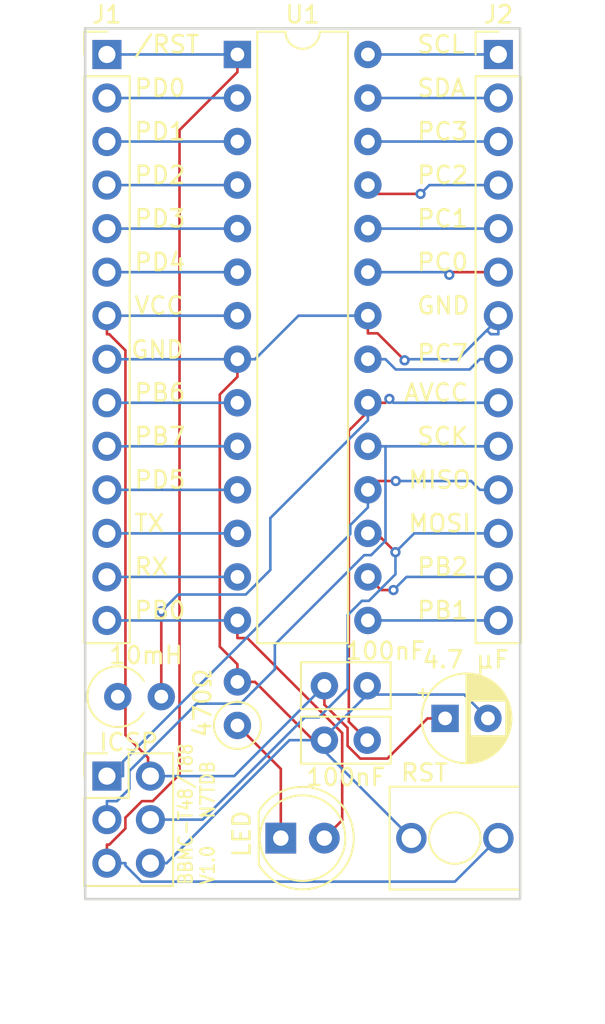
<source format=kicad_pcb>
(kicad_pcb (version 20221018) (generator pcbnew)
  (title_block (title "ATtiny48 Target Board") (date "2023-06-13") (rev "v1.0") (comment 1 "Bare Bones MicroController for ATtiny48 & ATtiny88") (comment 2 "BBMC-T48/T88"))
  (layers (0 "F.Cu" signal "Top") (31 "B.Cu" signal "Bottom") (34 "B.Paste" user) (35 "F.Paste" user) (36 "B.SilkS" user "B.Silkscreen") (37 "F.SilkS" user "F.Silkscreen") (38 "B.Mask" user) (39 "F.Mask" user) (44 "Edge.Cuts" user))
  (net 0 "")
  (net 1 "PB4")
  (net 2 "Net-(LED1-K)")
  (net 3 "PD0")
  (net 4 "PD1")
  (net 5 "PD2")
  (net 6 "PD3")
  (net 7 "VCC")
  (net 8 "PB5")
  (net 9 "PB3")
  (net 10 "PD4")
  (net 11 "PB6")
  (net 12 "PB7")
  (net 13 "PD5")
  (net 14 "RESET")
  (net 15 "GND")
  (net 16 "PD6")
  (net 17 "PD7")
  (net 18 "PB0")
  (net 19 "PC7")
  (net 20 "PC0")
  (net 21 "PC1")
  (net 22 "PC2")
  (net 23 "PC3")
  (net 24 "PC4")
  (net 25 "PB1")
  (net 26 "PB2")
  (net 27 "PC5")
  (net 28 "AVCC")
  (footprint "Connector_PinHeader_2.54mm:PinHeader_2x03_P2.54mm_Vertical" (layer "F.Cu") (at 109.22 87.8213)
    (fp_text reference "ICSP" (at 1.27 -1.9693) (layer "F.SilkS"))
    (fp_text value "AVR-ISP-6")
    (fp_line (start -1.33 -1.33) (end 0 -1.33) (stroke (width 0.12)) (layer "F.SilkS"))
    (fp_line (start -1.33 0) (end -1.33 -1.33) (stroke (width 0.12)) (layer "F.SilkS"))
    (fp_line (start -1.33 1.27) (end -1.33 6.41) (stroke (width 0.12)) (layer "F.SilkS"))
    (fp_line (start -1.33 1.27) (end 1.27 1.27) (stroke (width 0.12)) (layer "F.SilkS"))
    (fp_line (start -1.33 6.41) (end 3.87 6.41) (stroke (width 0.12)) (layer "F.SilkS"))
    (fp_line (start 1.27 -1.33) (end 3.87 -1.33) (stroke (width 0.12)) (layer "F.SilkS"))
    (fp_line (start 1.27 1.27) (end 1.27 -1.33) (stroke (width 0.12)) (layer "F.SilkS"))
    (fp_line (start 3.87 -1.33) (end 3.87 6.41) (stroke (width 0.12)) (layer "F.SilkS"))
    (pad "1" thru_hole rect (at 0 0) (size 1.7 1.7) (drill 1) (layers "*.Cu" "*.Mask") (net 1 "PB4"))
    (pad "2" thru_hole oval (at 2.54 0) (size 1.7 1.7) (drill 1) (layers "*.Cu" "*.Mask") (net 7 "VCC"))
    (pad "3" thru_hole oval (at 0 2.54) (size 1.7 1.7) (drill 1) (layers "*.Cu" "*.Mask") (net 8 "PB5"))
    (pad "4" thru_hole oval (at 2.54 2.54) (size 1.7 1.7) (drill 1) (layers "*.Cu" "*.Mask") (net 9 "PB3"))
    (pad "5" thru_hole oval (at 0 5.08) (size 1.7 1.7) (drill 1) (layers "*.Cu" "*.Mask") (net 14 "RESET"))
    (pad "6" thru_hole oval (at 2.54 5.08) (size 1.7 1.7) (drill 1) (layers "*.Cu" "*.Mask") (net 15 "GND"))
  )
  (footprint "Capacitor_THT:C_Disc_D5.0mm_W2.5mm_P2.50mm" (layer "F.Cu") (at 121.92 85.725)
    (fp_text reference "100nF" (at 1.25 2.159) (layer "F.SilkS"))
    (fp_text value "100 nF")
    (fp_line (start -1.37 -1.37) (end -1.37 1.37) (stroke (width 0.12)) (layer "F.SilkS"))
    (fp_line (start -1.37 -1.37) (end 3.87 -1.37) (stroke (width 0.12)) (layer "F.SilkS"))
    (fp_line (start -1.37 1.37) (end 3.87 1.37) (stroke (width 0.12)) (layer "F.SilkS"))
    (fp_line (start 3.87 -1.37) (end 3.87 1.37) (stroke (width 0.12)) (layer "F.SilkS"))
    (pad "1" thru_hole circle (at 0 0) (size 1.6 1.6) (drill 0.8) (layers "*.Cu" "*.Mask") (net 15 "GND"))
    (pad "2" thru_hole circle (at 2.5 0) (size 1.6 1.6) (drill 0.8) (layers "*.Cu" "*.Mask") (net 28 "AVCC"))
  )
  (footprint "Package_DIP:DIP-28_W7.62mm" (layer "F.Cu") (at 116.84 45.72)
    (fp_text reference "U1" (at 3.81 -2.33) (layer "F.SilkS"))
    (fp_text value "ATtiny48-P")
    (fp_line (start 1.16 -1.33) (end 1.16 34.35) (stroke (width 0.12)) (layer "F.SilkS"))
    (fp_line (start 1.16 34.35) (end 6.46 34.35) (stroke (width 0.12)) (layer "F.SilkS"))
    (fp_line (start 2.81 -1.33) (end 1.16 -1.33) (stroke (width 0.12)) (layer "F.SilkS"))
    (fp_line (start 6.46 -1.33) (end 4.81 -1.33) (stroke (width 0.12)) (layer "F.SilkS"))
    (fp_line (start 6.46 34.35) (end 6.46 -1.33) (stroke (width 0.12)) (layer "F.SilkS"))
    (fp_arc (start 4.81 -1.33) (mid 3.81 -0.33) (end 2.81 -1.33) (stroke (width 0.12)) (layer "F.SilkS"))
    (pad "1" thru_hole rect (at 0 0) (size 1.6 1.6) (drill 0.8) (layers "*.Cu" "*.Mask") (net 14 "RESET"))
    (pad "2" thru_hole oval (at 0 2.54) (size 1.6 1.6) (drill 0.8) (layers "*.Cu" "*.Mask") (net 3 "PD0"))
    (pad "3" thru_hole oval (at 0 5.08) (size 1.6 1.6) (drill 0.8) (layers "*.Cu" "*.Mask") (net 4 "PD1"))
    (pad "4" thru_hole oval (at 0 7.62) (size 1.6 1.6) (drill 0.8) (layers "*.Cu" "*.Mask") (net 5 "PD2"))
    (pad "5" thru_hole oval (at 0 10.16) (size 1.6 1.6) (drill 0.8) (layers "*.Cu" "*.Mask") (net 6 "PD3"))
    (pad "6" thru_hole oval (at 0 12.7) (size 1.6 1.6) (drill 0.8) (layers "*.Cu" "*.Mask") (net 10 "PD4"))
    (pad "7" thru_hole oval (at 0 15.24) (size 1.6 1.6) (drill 0.8) (layers "*.Cu" "*.Mask") (net 7 "VCC"))
    (pad "8" thru_hole oval (at 0 17.78) (size 1.6 1.6) (drill 0.8) (layers "*.Cu" "*.Mask") (net 15 "GND"))
    (pad "9" thru_hole oval (at 0 20.32) (size 1.6 1.6) (drill 0.8) (layers "*.Cu" "*.Mask") (net 11 "PB6"))
    (pad "10" thru_hole oval (at 0 22.86) (size 1.6 1.6) (drill 0.8) (layers "*.Cu" "*.Mask") (net 12 "PB7"))
    (pad "11" thru_hole oval (at 0 25.4) (size 1.6 1.6) (drill 0.8) (layers "*.Cu" "*.Mask") (net 13 "PD5"))
    (pad "12" thru_hole oval (at 0 27.94) (size 1.6 1.6) (drill 0.8) (layers "*.Cu" "*.Mask") (net 16 "PD6"))
    (pad "13" thru_hole oval (at 0 30.48) (size 1.6 1.6) (drill 0.8) (layers "*.Cu" "*.Mask") (net 17 "PD7"))
    (pad "14" thru_hole oval (at 0 33.02) (size 1.6 1.6) (drill 0.8) (layers "*.Cu" "*.Mask") (net 18 "PB0"))
    (pad "15" thru_hole oval (at 7.62 33.02) (size 1.6 1.6) (drill 0.8) (layers "*.Cu" "*.Mask") (net 25 "PB1"))
    (pad "16" thru_hole oval (at 7.62 30.48) (size 1.6 1.6) (drill 0.8) (layers "*.Cu" "*.Mask") (net 26 "PB2"))
    (pad "17" thru_hole oval (at 7.62 27.94) (size 1.6 1.6) (drill 0.8) (layers "*.Cu" "*.Mask") (net 9 "PB3"))
    (pad "18" thru_hole oval (at 7.62 25.4) (size 1.6 1.6) (drill 0.8) (layers "*.Cu" "*.Mask") (net 1 "PB4"))
    (pad "19" thru_hole oval (at 7.62 22.86) (size 1.6 1.6) (drill 0.8) (layers "*.Cu" "*.Mask") (net 8 "PB5"))
    (pad "20" thru_hole oval (at 7.62 20.32) (size 1.6 1.6) (drill 0.8) (layers "*.Cu" "*.Mask") (net 28 "AVCC"))
    (pad "21" thru_hole oval (at 7.62 17.78) (size 1.6 1.6) (drill 0.8) (layers "*.Cu" "*.Mask") (net 19 "PC7"))
    (pad "22" thru_hole oval (at 7.62 15.24) (size 1.6 1.6) (drill 0.8) (layers "*.Cu" "*.Mask") (net 15 "GND"))
    (pad "23" thru_hole oval (at 7.62 12.7) (size 1.6 1.6) (drill 0.8) (layers "*.Cu" "*.Mask") (net 20 "PC0"))
    (pad "24" thru_hole oval (at 7.62 10.16) (size 1.6 1.6) (drill 0.8) (layers "*.Cu" "*.Mask") (net 21 "PC1"))
    (pad "25" thru_hole oval (at 7.62 7.62) (size 1.6 1.6) (drill 0.8) (layers "*.Cu" "*.Mask") (net 22 "PC2"))
    (pad "26" thru_hole oval (at 7.62 5.08) (size 1.6 1.6) (drill 0.8) (layers "*.Cu" "*.Mask") (net 23 "PC3"))
    (pad "27" thru_hole oval (at 7.62 2.54) (size 1.6 1.6) (drill 0.8) (layers "*.Cu" "*.Mask") (net 24 "PC4"))
    (pad "28" thru_hole oval (at 7.62 0) (size 1.6 1.6) (drill 0.8) (layers "*.Cu" "*.Mask") (net 27 "PC5"))
  )
  (footprint "LED_THT:LED_D5.0mm" (layer "F.Cu") (at 119.375 91.44)
    (fp_text reference "LED" (at -2.281 -0.254 90) (layer "F.SilkS"))
    (fp_text value "LED")
    (fp_line (start -1.29 -1.545) (end -1.29 1.545) (stroke (width 0.12)) (layer "F.SilkS"))
    (fp_arc (start -1.29 -1.54483) (mid 2.072002 -2.880433) (end 4.26 0.000462) (stroke (width 0.12)) (layer "F.SilkS"))
    (fp_arc (start 4.26 -0.000462) (mid 2.072002 2.880433) (end -1.29 1.54483) (stroke (width 0.12)) (layer "F.SilkS"))
    (fp_circle (center 1.27 0) (end 3.77 0) (stroke (width 0.12)) (fill none) (layer "F.SilkS"))
    (pad "1" thru_hole rect (at 0 0) (size 1.8 1.8) (drill 0.9) (layers "*.Cu" "*.Mask") (net 2 "Net-(LED1-K)"))
    (pad "2" thru_hole circle (at 2.54 0) (size 1.8 1.8) (drill 0.9) (layers "*.Cu" "*.Mask") (net 18 "PB0"))
  )
  (footprint "Capacitor_THT:CP_Radial_D5.0mm_P2.50mm" (layer "F.Cu") (at 128.9699 84.455)
    (fp_text reference "4.7 µF" (at 1.2051 -3.429) (layer "F.SilkS"))
    (fp_text value "4.7 uF")
    (fp_line (start -1.554775 -1.475) (end -1.054775 -1.475) (stroke (width 0.12)) (layer "F.SilkS"))
    (fp_line (start -1.304775 -1.725) (end -1.304775 -1.225) (stroke (width 0.12)) (layer "F.SilkS"))
    (fp_line (start 1.25 -2.58) (end 1.25 2.58) (stroke (width 0.12)) (layer "F.SilkS"))
    (fp_line (start 1.29 -2.58) (end 1.29 2.58) (stroke (width 0.12)) (layer "F.SilkS"))
    (fp_line (start 1.33 -2.579) (end 1.33 2.579) (stroke (width 0.12)) (layer "F.SilkS"))
    (fp_line (start 1.37 -2.578) (end 1.37 2.578) (stroke (width 0.12)) (layer "F.SilkS"))
    (fp_line (start 1.41 -2.576) (end 1.41 2.576) (stroke (width 0.12)) (layer "F.SilkS"))
    (fp_line (start 1.45 -2.573) (end 1.45 2.573) (stroke (width 0.12)) (layer "F.SilkS"))
    (fp_line (start 1.49 -2.569) (end 1.49 -1.04) (stroke (width 0.12)) (layer "F.SilkS"))
    (fp_line (start 1.49 1.04) (end 1.49 2.569) (stroke (width 0.12)) (layer "F.SilkS"))
    (fp_line (start 1.53 -2.565) (end 1.53 -1.04) (stroke (width 0.12)) (layer "F.SilkS"))
    (fp_line (start 1.53 1.04) (end 1.53 2.565) (stroke (width 0.12)) (layer "F.SilkS"))
    (fp_line (start 1.57 -2.561) (end 1.57 -1.04) (stroke (width 0.12)) (layer "F.SilkS"))
    (fp_line (start 1.57 1.04) (end 1.57 2.561) (stroke (width 0.12)) (layer "F.SilkS"))
    (fp_line (start 1.61 -2.556) (end 1.61 -1.04) (stroke (width 0.12)) (layer "F.SilkS"))
    (fp_line (start 1.61 1.04) (end 1.61 2.556) (stroke (width 0.12)) (layer "F.SilkS"))
    (fp_line (start 1.65 -2.55) (end 1.65 -1.04) (stroke (width 0.12)) (layer "F.SilkS"))
    (fp_line (start 1.65 1.04) (end 1.65 2.55) (stroke (width 0.12)) (layer "F.SilkS"))
    (fp_line (start 1.69 -2.543) (end 1.69 -1.04) (stroke (width 0.12)) (layer "F.SilkS"))
    (fp_line (start 1.69 1.04) (end 1.69 2.543) (stroke (width 0.12)) (layer "F.SilkS"))
    (fp_line (start 1.73 -2.536) (end 1.73 -1.04) (stroke (width 0.12)) (layer "F.SilkS"))
    (fp_line (start 1.73 1.04) (end 1.73 2.536) (stroke (width 0.12)) (layer "F.SilkS"))
    (fp_line (start 1.77 -2.528) (end 1.77 -1.04) (stroke (width 0.12)) (layer "F.SilkS"))
    (fp_line (start 1.77 1.04) (end 1.77 2.528) (stroke (width 0.12)) (layer "F.SilkS"))
    (fp_line (start 1.81 -2.52) (end 1.81 -1.04) (stroke (width 0.12)) (layer "F.SilkS"))
    (fp_line (start 1.81 1.04) (end 1.81 2.52) (stroke (width 0.12)) (layer "F.SilkS"))
    (fp_line (start 1.85 -2.511) (end 1.85 -1.04) (stroke (width 0.12)) (layer "F.SilkS"))
    (fp_line (start 1.85 1.04) (end 1.85 2.511) (stroke (width 0.12)) (layer "F.SilkS"))
    (fp_line (start 1.89 -2.501) (end 1.89 -1.04) (stroke (width 0.12)) (layer "F.SilkS"))
    (fp_line (start 1.89 1.04) (end 1.89 2.501) (stroke (width 0.12)) (layer "F.SilkS"))
    (fp_line (start 1.93 -2.491) (end 1.93 -1.04) (stroke (width 0.12)) (layer "F.SilkS"))
    (fp_line (start 1.93 1.04) (end 1.93 2.491) (stroke (width 0.12)) (layer "F.SilkS"))
    (fp_line (start 1.971 -2.48) (end 1.971 -1.04) (stroke (width 0.12)) (layer "F.SilkS"))
    (fp_line (start 1.971 1.04) (end 1.971 2.48) (stroke (width 0.12)) (layer "F.SilkS"))
    (fp_line (start 2.011 -2.468) (end 2.011 -1.04) (stroke (width 0.12)) (layer "F.SilkS"))
    (fp_line (start 2.011 1.04) (end 2.011 2.468) (stroke (width 0.12)) (layer "F.SilkS"))
    (fp_line (start 2.051 -2.455) (end 2.051 -1.04) (stroke (width 0.12)) (layer "F.SilkS"))
    (fp_line (start 2.051 1.04) (end 2.051 2.455) (stroke (width 0.12)) (layer "F.SilkS"))
    (fp_line (start 2.091 -2.442) (end 2.091 -1.04) (stroke (width 0.12)) (layer "F.SilkS"))
    (fp_line (start 2.091 1.04) (end 2.091 2.442) (stroke (width 0.12)) (layer "F.SilkS"))
    (fp_line (start 2.131 -2.428) (end 2.131 -1.04) (stroke (width 0.12)) (layer "F.SilkS"))
    (fp_line (start 2.131 1.04) (end 2.131 2.428) (stroke (width 0.12)) (layer "F.SilkS"))
    (fp_line (start 2.171 -2.414) (end 2.171 -1.04) (stroke (width 0.12)) (layer "F.SilkS"))
    (fp_line (start 2.171 1.04) (end 2.171 2.414) (stroke (width 0.12)) (layer "F.SilkS"))
    (fp_line (start 2.211 -2.398) (end 2.211 -1.04) (stroke (width 0.12)) (layer "F.SilkS"))
    (fp_line (start 2.211 1.04) (end 2.211 2.398) (stroke (width 0.12)) (layer "F.SilkS"))
    (fp_line (start 2.251 -2.382) (end 2.251 -1.04) (stroke (width 0.12)) (layer "F.SilkS"))
    (fp_line (start 2.251 1.04) (end 2.251 2.382) (stroke (width 0.12)) (layer "F.SilkS"))
    (fp_line (start 2.291 -2.365) (end 2.291 -1.04) (stroke (width 0.12)) (layer "F.SilkS"))
    (fp_line (start 2.291 1.04) (end 2.291 2.365) (stroke (width 0.12)) (layer "F.SilkS"))
    (fp_line (start 2.331 -2.348) (end 2.331 -1.04) (stroke (width 0.12)) (layer "F.SilkS"))
    (fp_line (start 2.331 1.04) (end 2.331 2.348) (stroke (width 0.12)) (layer "F.SilkS"))
    (fp_line (start 2.371 -2.329) (end 2.371 -1.04) (stroke (width 0.12)) (layer "F.SilkS"))
    (fp_line (start 2.371 1.04) (end 2.371 2.329) (stroke (width 0.12)) (layer "F.SilkS"))
    (fp_line (start 2.411 -2.31) (end 2.411 -1.04) (stroke (width 0.12)) (layer "F.SilkS"))
    (fp_line (start 2.411 1.04) (end 2.411 2.31) (stroke (width 0.12)) (layer "F.SilkS"))
    (fp_line (start 2.451 -2.29) (end 2.451 -1.04) (stroke (width 0.12)) (layer "F.SilkS"))
    (fp_line (start 2.451 1.04) (end 2.451 2.29) (stroke (width 0.12)) (layer "F.SilkS"))
    (fp_line (start 2.491 -2.268) (end 2.491 -1.04) (stroke (width 0.12)) (layer "F.SilkS"))
    (fp_line (start 2.491 1.04) (end 2.491 2.268) (stroke (width 0.12)) (layer "F.SilkS"))
    (fp_line (start 2.531 -2.247) (end 2.531 -1.04) (stroke (width 0.12)) (layer "F.SilkS"))
    (fp_line (start 2.531 1.04) (end 2.531 2.247) (stroke (width 0.12)) (layer "F.SilkS"))
    (fp_line (start 2.571 -2.224) (end 2.571 -1.04) (stroke (width 0.12)) (layer "F.SilkS"))
    (fp_line (start 2.571 1.04) (end 2.571 2.224) (stroke (width 0.12)) (layer "F.SilkS"))
    (fp_line (start 2.611 -2.2) (end 2.611 -1.04) (stroke (width 0.12)) (layer "F.SilkS"))
    (fp_line (start 2.611 1.04) (end 2.611 2.2) (stroke (width 0.12)) (layer "F.SilkS"))
    (fp_line (start 2.651 -2.175) (end 2.651 -1.04) (stroke (width 0.12)) (layer "F.SilkS"))
    (fp_line (start 2.651 1.04) (end 2.651 2.175) (stroke (width 0.12)) (layer "F.SilkS"))
    (fp_line (start 2.691 -2.149) (end 2.691 -1.04) (stroke (width 0.12)) (layer "F.SilkS"))
    (fp_line (start 2.691 1.04) (end 2.691 2.149) (stroke (width 0.12)) (layer "F.SilkS"))
    (fp_line (start 2.731 -2.122) (end 2.731 -1.04) (stroke (width 0.12)) (layer "F.SilkS"))
    (fp_line (start 2.731 1.04) (end 2.731 2.122) (stroke (width 0.12)) (layer "F.SilkS"))
    (fp_line (start 2.771 -2.095) (end 2.771 -1.04) (stroke (width 0.12)) (layer "F.SilkS"))
    (fp_line (start 2.771 1.04) (end 2.771 2.095) (stroke (width 0.12)) (layer "F.SilkS"))
    (fp_line (start 2.811 -2.065) (end 2.811 -1.04) (stroke (width 0.12)) (layer "F.SilkS"))
    (fp_line (start 2.811 1.04) (end 2.811 2.065) (stroke (width 0.12)) (layer "F.SilkS"))
    (fp_line (start 2.851 -2.035) (end 2.851 -1.04) (stroke (width 0.12)) (layer "F.SilkS"))
    (fp_line (start 2.851 1.04) (end 2.851 2.035) (stroke (width 0.12)) (layer "F.SilkS"))
    (fp_line (start 2.891 -2.004) (end 2.891 -1.04) (stroke (width 0.12)) (layer "F.SilkS"))
    (fp_line (start 2.891 1.04) (end 2.891 2.004) (stroke (width 0.12)) (layer "F.SilkS"))
    (fp_line (start 2.931 -1.971) (end 2.931 -1.04) (stroke (width 0.12)) (layer "F.SilkS"))
    (fp_line (start 2.931 1.04) (end 2.931 1.971) (stroke (width 0.12)) (layer "F.SilkS"))
    (fp_line (start 2.971 -1.937) (end 2.971 -1.04) (stroke (width 0.12)) (layer "F.SilkS"))
    (fp_line (start 2.971 1.04) (end 2.971 1.937) (stroke (width 0.12)) (layer "F.SilkS"))
    (fp_line (start 3.011 -1.901) (end 3.011 -1.04) (stroke (width 0.12)) (layer "F.SilkS"))
    (fp_line (start 3.011 1.04) (end 3.011 1.901) (stroke (width 0.12)) (layer "F.SilkS"))
    (fp_line (start 3.051 -1.864) (end 3.051 -1.04) (stroke (width 0.12)) (layer "F.SilkS"))
    (fp_line (start 3.051 1.04) (end 3.051 1.864) (stroke (width 0.12)) (layer "F.SilkS"))
    (fp_line (start 3.091 -1.826) (end 3.091 -1.04) (stroke (width 0.12)) (layer "F.SilkS"))
    (fp_line (start 3.091 1.04) (end 3.091 1.826) (stroke (width 0.12)) (layer "F.SilkS"))
    (fp_line (start 3.131 -1.785) (end 3.131 -1.04) (stroke (width 0.12)) (layer "F.SilkS"))
    (fp_line (start 3.131 1.04) (end 3.131 1.785) (stroke (width 0.12)) (layer "F.SilkS"))
    (fp_line (start 3.171 -1.743) (end 3.171 -1.04) (stroke (width 0.12)) (layer "F.SilkS"))
    (fp_line (start 3.171 1.04) (end 3.171 1.743) (stroke (width 0.12)) (layer "F.SilkS"))
    (fp_line (start 3.211 -1.699) (end 3.211 -1.04) (stroke (width 0.12)) (layer "F.SilkS"))
    (fp_line (start 3.211 1.04) (end 3.211 1.699) (stroke (width 0.12)) (layer "F.SilkS"))
    (fp_line (start 3.251 -1.653) (end 3.251 -1.04) (stroke (width 0.12)) (layer "F.SilkS"))
    (fp_line (start 3.251 1.04) (end 3.251 1.653) (stroke (width 0.12)) (layer "F.SilkS"))
    (fp_line (start 3.291 -1.605) (end 3.291 -1.04) (stroke (width 0.12)) (layer "F.SilkS"))
    (fp_line (start 3.291 1.04) (end 3.291 1.605) (stroke (width 0.12)) (layer "F.SilkS"))
    (fp_line (start 3.331 -1.554) (end 3.331 -1.04) (stroke (width 0.12)) (layer "F.SilkS"))
    (fp_line (start 3.331 1.04) (end 3.331 1.554) (stroke (width 0.12)) (layer "F.SilkS"))
    (fp_line (start 3.371 -1.5) (end 3.371 -1.04) (stroke (width 0.12)) (layer "F.SilkS"))
    (fp_line (start 3.371 1.04) (end 3.371 1.5) (stroke (width 0.12)) (layer "F.SilkS"))
    (fp_line (start 3.411 -1.443) (end 3.411 -1.04) (stroke (width 0.12)) (layer "F.SilkS"))
    (fp_line (start 3.411 1.04) (end 3.411 1.443) (stroke (width 0.12)) (layer "F.SilkS"))
    (fp_line (start 3.451 -1.383) (end 3.451 -1.04) (stroke (width 0.12)) (layer "F.SilkS"))
    (fp_line (start 3.451 1.04) (end 3.451 1.383) (stroke (width 0.12)) (layer "F.SilkS"))
    (fp_line (start 3.491 -1.319) (end 3.491 -1.04) (stroke (width 0.12)) (layer "F.SilkS"))
    (fp_line (start 3.491 1.04) (end 3.491 1.319) (stroke (width 0.12)) (layer "F.SilkS"))
    (fp_line (start 3.531 -1.251) (end 3.531 -1.04) (stroke (width 0.12)) (layer "F.SilkS"))
    (fp_line (start 3.531 1.04) (end 3.531 1.251) (stroke (width 0.12)) (layer "F.SilkS"))
    (fp_line (start 3.571 -1.178) (end 3.571 1.178) (stroke (width 0.12)) (layer "F.SilkS"))
    (fp_line (start 3.611 -1.098) (end 3.611 1.098) (stroke (width 0.12)) (layer "F.SilkS"))
    (fp_line (start 3.651 -1.011) (end 3.651 1.011) (stroke (width 0.12)) (layer "F.SilkS"))
    (fp_line (start 3.691 -0.915) (end 3.691 0.915) (stroke (width 0.12)) (layer "F.SilkS"))
    (fp_line (start 3.731 -0.805) (end 3.731 0.805) (stroke (width 0.12)) (layer "F.SilkS"))
    (fp_line (start 3.771 -0.677) (end 3.771 0.677) (stroke (width 0.12)) (layer "F.SilkS"))
    (fp_line (start 3.811 -0.518) (end 3.811 0.518) (stroke (width 0.12)) (layer "F.SilkS"))
    (fp_line (start 3.851 -0.284) (end 3.851 0.284) (stroke (width 0.12)) (layer "F.SilkS"))
    (fp_circle (center 1.25 0) (end 3.87 0) (stroke (width 0.12)) (fill none) (layer "F.SilkS"))
    (pad "1" thru_hole rect (at 0 0) (size 1.6 1.6) (drill 0.8) (layers "*.Cu" "*.Mask") (net 7 "VCC"))
    (pad "2" thru_hole circle (at 2.5 0) (size 1.6 1.6) (drill 0.8) (layers "*.Cu" "*.Mask") (net 15 "GND"))
  )
  (footprint "Resistor_THT:R_Axial_DIN0207_L6.3mm_D2.5mm_P2.54mm_Vertical" (layer "F.Cu") (at 116.84 84.865 90)
    (fp_text reference "470Ω" (at 1.299 -2.032 90) (layer "F.SilkS"))
    (fp_text value "470")
    (fp_line (start 1.37 0) (end 1.44 0) (stroke (width 0.12)) (layer "F.SilkS"))
    (fp_circle (center 0 0) (end 1.37 0) (stroke (width 0.12)) (fill none) (layer "F.SilkS"))
    (pad "1" thru_hole circle (at 0 0 90) (size 1.6 1.6) (drill 0.8) (layers "*.Cu" "*.Mask") (net 2 "Net-(LED1-K)"))
    (pad "2" thru_hole oval (at 2.54 0 90) (size 1.6 1.6) (drill 0.8) (layers "*.Cu" "*.Mask") (net 15 "GND"))
  )
  (footprint "Inductor_THT:L_Axial_L7.0mm_D3.3mm_P2.54mm_Vertical_Fastron_MICC" (layer "F.Cu") (at 109.855 83.185)
    (fp_text reference "10mH" (at 1.651 -2.413) (layer "F.SilkS"))
    (fp_text value "10 mH")
    (fp_arc (start 1.512118 0.92) (mid -1.77 0) (end 1.512118 -0.92) (stroke (width 0.12)) (layer "F.SilkS"))
    (pad "1" thru_hole circle (at 0 0) (size 1.6 1.6) (drill 0.8) (layers "*.Cu" "*.Mask") (net 7 "VCC"))
    (pad "2" thru_hole oval (at 2.54 0) (size 1.6 1.6) (drill 0.8) (layers "*.Cu" "*.Mask") (net 28 "AVCC"))
  )
  (footprint "Capacitor_THT:C_Disc_D5.0mm_W2.5mm_P2.50mm" (layer "F.Cu") (at 121.92 82.55)
    (fp_text reference "100nF" (at 3.556 -2.032) (layer "F.SilkS"))
    (fp_text value "100 nF")
    (fp_line (start -1.37 -1.37) (end -1.37 1.37) (stroke (width 0.12)) (layer "F.SilkS"))
    (fp_line (start -1.37 -1.37) (end 3.87 -1.37) (stroke (width 0.12)) (layer "F.SilkS"))
    (fp_line (start -1.37 1.37) (end 3.87 1.37) (stroke (width 0.12)) (layer "F.SilkS"))
    (fp_line (start 3.87 -1.37) (end 3.87 1.37) (stroke (width 0.12)) (layer "F.SilkS"))
    (pad "1" thru_hole circle (at 0 0) (size 1.6 1.6) (drill 0.8) (layers "*.Cu" "*.Mask") (net 7 "VCC"))
    (pad "2" thru_hole circle (at 2.5 0) (size 1.6 1.6) (drill 0.8) (layers "*.Cu" "*.Mask") (net 15 "GND"))
  )
  (footprint "Button_Switch_THT:TDB_Tayda_Tactile_SPST" (layer "F.Cu") (at 127 91.44)
    (fp_text reference "RST" (at 0.762 -3.81) (layer "F.SilkS"))
    (fp_text value "SW_Push")
    (fp_line (start -1.27 -3) (end -1.27 3) (stroke (width 0.12)) (layer "F.SilkS"))
    (fp_line (start -1.27 -3) (end 6.35 -3) (stroke (width 0.12)) (layer "F.SilkS"))
    (fp_line (start -1.27 3) (end 6.35 3) (stroke (width 0.12)) (layer "F.SilkS"))
    (fp_line (start 6.35 3) (end 6.35 -3) (stroke (width 0.12)) (layer "F.SilkS"))
    (fp_circle (center 2.54 0) (end 4.04 0) (stroke (width 0.12)) (fill none) (layer "F.SilkS"))
    (pad "1" thru_hole circle (at 0 0) (size 1.778 1.778) (drill 1.143) (layers "*.Cu" "*.Mask") (net 15 "GND"))
    (pad "2" thru_hole circle (at 5.08 0) (size 1.778 1.778) (drill 1.143) (layers "*.Cu" "*.Mask") (net 14 "RESET"))
  )
  (footprint "Connector_PinHeader_2.54mm:PinHeader_1x14_P2.54mm_Vertical" (layer "F.Cu") (at 132.08 45.72)
    (fp_text reference "J2" (at 0 -2.33) (layer "F.SilkS"))
    (fp_text value "Conn_01x14_Pin")
    (fp_line (start -1.33 -1.33) (end 0 -1.33) (stroke (width 0.12)) (layer "F.SilkS"))
    (fp_line (start -1.33 0) (end -1.33 -1.33) (stroke (width 0.12)) (layer "F.SilkS"))
    (fp_line (start -1.33 1.27) (end -1.33 34.35) (stroke (width 0.12)) (layer "F.SilkS"))
    (fp_line (start -1.33 1.27) (end 1.33 1.27) (stroke (width 0.12)) (layer "F.SilkS"))
    (fp_line (start -1.33 34.35) (end 1.33 34.35) (stroke (width 0.12)) (layer "F.SilkS"))
    (fp_line (start 1.33 1.27) (end 1.33 34.35) (stroke (width 0.12)) (layer "F.SilkS"))
    (pad "1" thru_hole rect (at 0 0) (size 1.7 1.7) (drill 1) (layers "*.Cu" "*.Mask") (net 27 "PC5"))
    (pad "2" thru_hole oval (at 0 2.54) (size 1.7 1.7) (drill 1) (layers "*.Cu" "*.Mask") (net 24 "PC4"))
    (pad "3" thru_hole oval (at 0 5.08) (size 1.7 1.7) (drill 1) (layers "*.Cu" "*.Mask") (net 23 "PC3"))
    (pad "4" thru_hole oval (at 0 7.62) (size 1.7 1.7) (drill 1) (layers "*.Cu" "*.Mask") (net 22 "PC2"))
    (pad "5" thru_hole oval (at 0 10.16) (size 1.7 1.7) (drill 1) (layers "*.Cu" "*.Mask") (net 21 "PC1"))
    (pad "6" thru_hole oval (at 0 12.7) (size 1.7 1.7) (drill 1) (layers "*.Cu" "*.Mask") (net 20 "PC0"))
    (pad "7" thru_hole oval (at 0 15.24) (size 1.7 1.7) (drill 1) (layers "*.Cu" "*.Mask") (net 15 "GND"))
    (pad "8" thru_hole oval (at 0 17.78) (size 1.7 1.7) (drill 1) (layers "*.Cu" "*.Mask") (net 19 "PC7"))
    (pad "9" thru_hole oval (at 0 20.32) (size 1.7 1.7) (drill 1) (layers "*.Cu" "*.Mask") (net 28 "AVCC"))
    (pad "10" thru_hole oval (at 0 22.86) (size 1.7 1.7) (drill 1) (layers "*.Cu" "*.Mask") (net 8 "PB5"))
    (pad "11" thru_hole oval (at 0 25.4) (size 1.7 1.7) (drill 1) (layers "*.Cu" "*.Mask") (net 1 "PB4"))
    (pad "12" thru_hole oval (at 0 27.94) (size 1.7 1.7) (drill 1) (layers "*.Cu" "*.Mask") (net 9 "PB3"))
    (pad "13" thru_hole oval (at 0 30.48) (size 1.7 1.7) (drill 1) (layers "*.Cu" "*.Mask") (net 26 "PB2"))
    (pad "14" thru_hole oval (at 0 33.02) (size 1.7 1.7) (drill 1) (layers "*.Cu" "*.Mask") (net 25 "PB1"))
  )
  (footprint "Connector_PinHeader_2.54mm:PinHeader_1x14_P2.54mm_Vertical" (layer "F.Cu") (at 109.22 45.72)
    (fp_text reference "J1" (at 0 -2.33) (layer "F.SilkS"))
    (fp_text value "Conn_01x14_Pin")
    (fp_line (start -1.33 -1.33) (end 0 -1.33) (stroke (width 0.12)) (layer "F.SilkS"))
    (fp_line (start -1.33 0) (end -1.33 -1.33) (stroke (width 0.12)) (layer "F.SilkS"))
    (fp_line (start -1.33 1.27) (end -1.33 34.35) (stroke (width 0.12)) (layer "F.SilkS"))
    (fp_line (start -1.33 1.27) (end 1.33 1.27) (stroke (width 0.12)) (layer "F.SilkS"))
    (fp_line (start -1.33 34.35) (end 1.33 34.35) (stroke (width 0.12)) (layer "F.SilkS"))
    (fp_line (start 1.33 1.27) (end 1.33 34.35) (stroke (width 0.12)) (layer "F.SilkS"))
    (pad "1" thru_hole rect (at 0 0) (size 1.7 1.7) (drill 1) (layers "*.Cu" "*.Mask") (net 14 "RESET"))
    (pad "2" thru_hole oval (at 0 2.54) (size 1.7 1.7) (drill 1) (layers "*.Cu" "*.Mask") (net 3 "PD0"))
    (pad "3" thru_hole oval (at 0 5.08) (size 1.7 1.7) (drill 1) (layers "*.Cu" "*.Mask") (net 4 "PD1"))
    (pad "4" thru_hole oval (at 0 7.62) (size 1.7 1.7) (drill 1) (layers "*.Cu" "*.Mask") (net 5 "PD2"))
    (pad "5" thru_hole oval (at 0 10.16) (size 1.7 1.7) (drill 1) (layers "*.Cu" "*.Mask") (net 6 "PD3"))
    (pad "6" thru_hole oval (at 0 12.7) (size 1.7 1.7) (drill 1) (layers "*.Cu" "*.Mask") (net 10 "PD4"))
    (pad "7" thru_hole oval (at 0 15.24) (size 1.7 1.7) (drill 1) (layers "*.Cu" "*.Mask") (net 7 "VCC"))
    (pad "8" thru_hole oval (at 0 17.78) (size 1.7 1.7) (drill 1) (layers "*.Cu" "*.Mask") (net 15 "GND"))
    (pad "9" thru_hole oval (at 0 20.32) (size 1.7 1.7) (drill 1) (layers "*.Cu" "*.Mask") (net 11 "PB6"))
    (pad "10" thru_hole oval (at 0 22.86) (size 1.7 1.7) (drill 1) (layers "*.Cu" "*.Mask") (net 12 "PB7"))
    (pad "11" thru_hole oval (at 0 25.4) (size 1.7 1.7) (drill 1) (layers "*.Cu" "*.Mask") (net 13 "PD5"))
    (pad "12" thru_hole oval (at 0 27.94) (size 1.7 1.7) (drill 1) (layers "*.Cu" "*.Mask") (net 16 "PD6"))
    (pad "13" thru_hole oval (at 0 30.48) (size 1.7 1.7) (drill 1) (layers "*.Cu" "*.Mask") (net 17 "PD7"))
    (pad "14" thru_hole oval (at 0 33.02) (size 1.7 1.7) (drill 1) (layers "*.Cu" "*.Mask") (net 18 "PB0"))
  )
  (gr_rect (start 107.95 44.196) (end 133.35 94.996) (stroke (width 0.15)) (fill none) (layer "Edge.Cuts"))
  (gr_text "GND" (at 127.254 60.96) (layer "F.SilkS") (effects (font (size 1 1)) (justify left bottom)))
  (gr_text "BBMC-T48/T88\nV1.0   N7TDB" (at 115.57 94.234 90) (layer "F.SilkS") (effects (font (size 0.8 0.7) (thickness 0.125)) (justify left bottom)))
  (gr_text "PB6" (at 110.744 66.04) (layer "F.SilkS") (effects (font (size 1 1)) (justify left bottom)))
  (gr_text "PC0" (at 127.254 58.42) (layer "F.SilkS") (effects (font (size 1 1)) (justify left bottom)))
  (gr_text "SCK" (at 127.254 68.58) (layer "F.SilkS") (effects (font (size 1 1)) (justify left bottom)))
  (gr_text "PB1" (at 127.254 78.74) (layer "F.SilkS") (effects (font (size 1 1)) (justify left bottom)))
  (gr_text "PC3" (at 127.254 50.8) (layer "F.SilkS") (effects (font (size 1 1)) (justify left bottom)))
  (gr_text "AVCC" (at 126.492 66.04) (layer "F.SilkS") (effects (font (size 1 1)) (justify left bottom)))
  (gr_text "GND" (at 110.55 63.53) (layer "F.SilkS") (effects (font (size 1 1)) (justify left bottom)))
  (gr_text "SDA" (at 127.254 48.26) (layer "F.SilkS") (effects (font (size 1 1)) (justify left bottom)))
  (gr_text "PB2" (at 127.254 76.2) (layer "F.SilkS") (effects (font (size 1 1)) (justify left bottom)))
  (gr_text "TX" (at 110.744 73.66) (layer "F.SilkS") (effects (font (size 1 1)) (justify left bottom)))
  (gr_text "PD4" (at 110.744 58.42) (layer "F.SilkS") (effects (font (size 1 1)) (justify left bottom)))
  (gr_text "PB0" (at 110.744 78.74) (layer "F.SilkS") (effects (font (size 1 1)) (justify left bottom)))
  (gr_text "PC2" (at 127.254 53.34) (layer "F.SilkS") (effects (font (size 1 1)) (justify left bottom)))
  (gr_text "PD3" (at 110.744 55.88) (layer "F.SilkS") (effects (font (size 1 1)) (justify left bottom)))
  (gr_text "PB7" (at 110.744 68.58) (layer "F.SilkS") (effects (font (size 1 1)) (justify left bottom)))
  (gr_text "MOSI" (at 126.746 73.66) (layer "F.SilkS") (effects (font (size 1 1)) (justify left bottom)))
  (gr_text "PD0" (at 110.744 48.26) (layer "F.SilkS") (effects (font (size 1 1)) (justify left bottom)))
  (gr_text "PD1" (at 110.744 50.8) (layer "F.SilkS") (effects (font (size 1 1)) (justify left bottom)))
  (gr_text "PC7" (at 127.254 63.754) (layer "F.SilkS") (effects (font (size 1 1)) (justify left bottom)))
  (gr_text "PD5" (at 110.744 71.12) (layer "F.SilkS") (effects (font (size 1 1)) (justify left bottom)))
  (gr_text "RX" (at 110.744 76.2) (layer "F.SilkS") (effects (font (size 1 1)) (justify left bottom)))
  (gr_text "VCC" (at 110.744 60.96) (layer "F.SilkS") (effects (font (size 1 1)) (justify left bottom)))
  (gr_text "/RST" (at 110.744 45.72) (layer "F.SilkS") (effects (font (size 1 1)) (justify left bottom)))
  (gr_text "PC1" (at 127.254 55.88) (layer "F.SilkS") (effects (font (size 1 1)) (justify left bottom)))
  (gr_text "PD2" (at 110.744 53.34) (layer "F.SilkS") (effects (font (size 1 1)) (justify left bottom)))
  (gr_text "SCL" (at 127.254 45.72) (layer "F.SilkS") (effects (font (size 1 1)) (justify left bottom)))
  (gr_text "MISO" (at 126.746 71.12) (layer "F.SilkS") (effects (font (size 1 1)) (justify left bottom)))
  (segment (start 124.974 70.6056) (end 126.088 70.6056) (width 0.1524) (layer "F.Cu") (net 1))
  (segment (start 124.974 70.6056) (end 124.46 71.12) (width 0.1524) (layer "F.Cu") (net 1))
  (segment (start 124.46 70.6056) (end 124.974 70.6056) (width 0.1524) (layer "F.Cu") (net 1))
  (via (at 126.088 70.6056) (size 0.6) (drill 0.3) (layers "F.Cu" "B.Cu") (net 1))
  (segment (start 124.46 72.1487) (end 123.431 73.1774) (width 0.1524) (layer "B.Cu") (net 1))
  (segment (start 110.161 86.9694) (end 110.161 87.8213) (width 0.1524) (layer "B.Cu") (net 1))
  (segment (start 132.08 71.12) (end 131.001 71.12) (width 0.1524) (layer "B.Cu") (net 1))
  (segment (start 110.161 87.8213) (end 109.22 87.8213) (width 0.1524) (layer "B.Cu") (net 1))
  (segment (start 123.431 73.6988) (end 110.161 86.9694) (width 0.1524) (layer "B.Cu") (net 1))
  (segment (start 123.431 73.1774) (end 123.431 73.6988) (width 0.1524) (layer "B.Cu") (net 1))
  (segment (start 131.001 71.12) (end 130.487 70.6056) (width 0.1524) (layer "B.Cu") (net 1))
  (segment (start 124.46 71.12) (end 124.46 72.1487) (width 0.1524) (layer "B.Cu") (net 1))
  (segment (start 130.487 70.6056) (end 126.088 70.6056) (width 0.1524) (layer "B.Cu") (net 1))
  (segment (start 116.84 84.865) (end 119.375 87.4) (width 0.1524) (layer "F.Cu") (net 2))
  (segment (start 119.375 87.4) (end 119.375 91.44) (width 0.1524) (layer "F.Cu") (net 2))
  (segment (start 109.22 48.26) (end 116.84 48.26) (width 0.1524) (layer "B.Cu") (net 3))
  (segment (start 109.22 50.8) (end 116.84 50.8) (width 0.1524) (layer "B.Cu") (net 4))
  (segment (start 109.22 53.34) (end 116.84 53.34) (width 0.1524) (layer "B.Cu") (net 5))
  (segment (start 109.22 55.88) (end 116.84 55.88) (width 0.1524) (layer "B.Cu") (net 6))
  (segment (start 127.941 84.455) (end 128.9699 84.455) (width 0.1524) (layer "F.Cu") (net 7))
  (segment (start 110.301 82.7393) (end 109.855 83.185) (width 0.1524) (layer "F.Cu") (net 7))
  (segment (start 109.22 60.96) (end 109.22 62.0387) (width 0.1524) (layer "F.Cu") (net 7))
  (segment (start 111.622 87.8213) (end 111.622 86.7426) (width 0.1524) (layer "F.Cu") (net 7))
  (segment (start 109.355 62.0387) (end 110.301 62.9846) (width 0.1524) (layer "F.Cu") (net 7))
  (segment (start 125.597 86.7995) (end 127.941 84.455) (width 0.1524) (layer "F.Cu") (net 7))
  (segment (start 121.92 82.55) (end 121.92 83.6563) (width 0.1524) (layer "F.Cu") (net 7))
  (segment (start 124.015 86.7995) (end 125.597 86.7995) (width 0.1524) (layer "F.Cu") (net 7))
  (segment (start 110.301 82.5346) (end 110.301 82.7393) (width 0.1524) (layer "F.Cu") (net 7))
  (segment (start 111.76 87.8213) (end 111.622 87.8213) (width 0.1524) (layer "F.Cu") (net 7))
  (segment (start 109.22 62.0387) (end 109.355 62.0387) (width 0.1524) (layer "F.Cu") (net 7))
  (segment (start 110.301 62.9846) (end 110.301 82.5346) (width 0.1524) (layer "F.Cu") (net 7))
  (segment (start 123.275 86.0597) (end 124.015 86.7995) (width 0.1524) (layer "F.Cu") (net 7))
  (segment (start 111.622 86.7426) (end 110.301 85.4213) (width 0.1524) (layer "F.Cu") (net 7))
  (segment (start 110.301 82.7393) (end 110.301 82.5346) (width 0.1524) (layer "F.Cu") (net 7))
  (segment (start 110.301 85.4213) (end 110.301 82.7393) (width 0.1524) (layer "F.Cu") (net 7))
  (segment (start 123.275 85.0113) (end 123.275 86.0597) (width 0.1524) (layer "F.Cu") (net 7))
  (segment (start 121.92 83.6563) (end 123.275 85.0113) (width 0.1524) (layer "F.Cu") (net 7))
  (segment (start 121.92 82.55) (end 116.649 87.8213) (width 0.1524) (layer "B.Cu") (net 7))
  (segment (start 116.84 60.96) (end 109.22 60.96) (width 0.1524) (layer "B.Cu") (net 7))
  (segment (start 116.649 87.8213) (end 111.76 87.8213) (width 0.1524) (layer "B.Cu") (net 7))
  (segment (start 119.0264 80.1494) (end 119.0264 81.5943) (width 0.1524) (layer "B.Cu") (net 8))
  (segment (start 117.0257 83.595) (end 114.4606 83.595) (width 0.1524) (layer "B.Cu") (net 8))
  (segment (start 125.4888 68.58) (end 125.4888 74.0913) (width 0.1524) (layer "B.Cu") (net 8))
  (segment (start 109.8099 89.2826) (end 109.22 89.2826) (width 0.1524) (layer "B.Cu") (net 8))
  (segment (start 125.4888 74.0913) (end 124.6501 74.93) (width 0.1524) (layer "B.Cu") (net 8))
  (segment (start 119.0264 81.5943) (end 117.0257 83.595) (width 0.1524) (layer "B.Cu") (net 8))
  (segment (start 125.4888 68.58) (end 124.46 68.58) (width 0.1524) (layer "B.Cu") (net 8))
  (segment (start 109.22 90.3613) (end 109.22 89.2826) (width 0.1524) (layer "B.Cu") (net 8))
  (segment (start 124.6501 74.93) (end 124.2458 74.93) (width 0.1524) (layer "B.Cu") (net 8))
  (segment (start 124.2458 74.93) (end 119.0264 80.1494) (width 0.1524) (layer "B.Cu") (net 8))
  (segment (start 110.529 87.5266) (end 110.529 88.5635) (width 0.1524) (layer "B.Cu") (net 8))
  (segment (start 132.08 68.58) (end 125.4888 68.58) (width 0.1524) (layer "B.Cu") (net 8))
  (segment (start 110.529 88.5635) (end 109.8099 89.2826) (width 0.1524) (layer "B.Cu") (net 8))
  (segment (start 114.4606 83.595) (end 110.529 87.5266) (width 0.1524) (layer "B.Cu") (net 8))
  (segment (start 125.265 73.9505) (end 124.75 73.9505) (width 0.1524) (layer "F.Cu") (net 9))
  (segment (start 124.75 73.9505) (end 124.46 73.66) (width 0.1524) (layer "F.Cu") (net 9))
  (segment (start 124.46 73.1456) (end 125.265 73.9505) (width 0.1524) (layer "F.Cu") (net 9))
  (segment (start 125.265 73.9505) (end 126.07 74.7554) (width 0.1524) (layer "F.Cu") (net 9))
  (via (at 126.07 74.7554) (size 0.6) (drill 0.3) (layers "F.Cu" "B.Cu") (net 9))
  (segment (start 126.07 74.7554) (end 126.07 76.045) (width 0.1524) (layer "B.Cu") (net 9))
  (segment (start 124.109 77.5966) (end 123.278 78.428) (width 0.1524) (layer "B.Cu") (net 9))
  (segment (start 123.278 82.7113) (end 121.598 84.3915) (width 0.1524) (layer "B.Cu") (net 9))
  (segment (start 120.779 84.3915) (end 114.809 90.3613) (width 0.1524) (layer "B.Cu") (net 9))
  (segment (start 123.278 78.428) (end 123.278 82.7113) (width 0.1524) (layer "B.Cu") (net 9))
  (segment (start 114.809 90.3613) (end 111.76 90.3613) (width 0.1524) (layer "B.Cu") (net 9))
  (segment (start 127.165 73.66) (end 126.07 74.7554) (width 0.1524) (layer "B.Cu") (net 9))
  (segment (start 126.07 76.045) (end 124.518 77.5966) (width 0.1524) (layer "B.Cu") (net 9))
  (segment (start 124.518 77.5966) (end 124.109 77.5966) (width 0.1524) (layer "B.Cu") (net 9))
  (segment (start 121.598 84.3915) (end 120.779 84.3915) (width 0.1524) (layer "B.Cu") (net 9))
  (segment (start 132.08 73.66) (end 127.165 73.66) (width 0.1524) (layer "B.Cu") (net 9))
  (segment (start 109.22 58.42) (end 116.84 58.42) (width 0.1524) (layer "B.Cu") (net 10))
  (segment (start 109.22 66.04) (end 116.84 66.04) (width 0.1524) (layer "B.Cu") (net 11))
  (segment (start 109.22 68.58) (end 116.84 68.58) (width 0.1524) (layer "B.Cu") (net 12))
  (segment (start 109.22 71.12) (end 116.84 71.12) (width 0.1524) (layer "B.Cu") (net 13))
  (segment (start 110.2987 90.8789) (end 109.355 91.8226) (width 0.1524) (layer "F.Cu") (net 14))
  (segment (start 111.2642 89.2825) (end 110.2987 90.248) (width 0.1524) (layer "F.Cu") (net 14))
  (segment (start 116.84 45.72) (end 116.84 46.7487) (width 0.1524) (layer "F.Cu") (net 14))
  (segment (start 109.22 92.9013) (end 109.22 91.8226) (width 0.1524) (layer "F.Cu") (net 14))
  (segment (start 110.2987 90.248) (end 110.2987 90.8789) (width 0.1524) (layer "F.Cu") (net 14))
  (segment (start 111.8954 89.2825) (end 111.2642 89.2825) (width 0.1524) (layer "F.Cu") (net 14))
  (segment (start 116.84 46.7487) (end 113.4598 50.1289) (width 0.1524) (layer "F.Cu") (net 14))
  (segment (start 109.355 91.8226) (end 109.22 91.8226) (width 0.1524) (layer "F.Cu") (net 14))
  (segment (start 113.4598 50.1289) (end 113.4598 87.7181) (width 0.1524) (layer "F.Cu") (net 14))
  (segment (start 113.4598 87.7181) (end 111.8954 89.2825) (width 0.1524) (layer "F.Cu") (net 14))
  (segment (start 110.2987 93.0363) (end 110.2987 92.9013) (width 0.1524) (layer "B.Cu") (net 14))
  (segment (start 109.22 45.72) (end 116.84 45.72) (width 0.1524) (layer "B.Cu") (net 14))
  (segment (start 129.54 93.98) (end 111.2424 93.98) (width 0.1524) (layer "B.Cu") (net 14))
  (segment (start 132.08 91.44) (end 129.54 93.98) (width 0.1524) (layer "B.Cu") (net 14))
  (segment (start 109.22 92.9013) (end 110.2987 92.9013) (width 0.1524) (layer "B.Cu") (net 14))
  (segment (start 111.2424 93.98) (end 110.2987 93.0363) (width 0.1524) (layer "B.Cu") (net 14))
  (segment (start 125.027 61.9887) (end 126.603 63.5648) (width 0.1524) (layer "F.Cu") (net 15))
  (segment (start 116.84 82.325) (end 117.869 82.325) (width 0.1524) (layer "F.Cu") (net 15))
  (segment (start 121.269 85.725) (end 121.92 85.725) (width 0.1524) (layer "F.Cu") (net 15))
  (segment (start 115.8113 80.2676) (end 116.84 81.2963) (width 0.1524) (layer "F.Cu") (net 15))
  (segment (start 124.46 60.96) (end 124.46 61.9887) (width 0.1524) (layer "F.Cu") (net 15))
  (segment (start 116.84 64.5287) (end 115.8113 65.5574) (width 0.1524) (layer "F.Cu") (net 15))
  (segment (start 116.84 63.5) (end 116.84 64.5287) (width 0.1524) (layer "F.Cu") (net 15))
  (segment (start 124.46 61.9887) (end 125.027 61.9887) (width 0.1524) (layer "F.Cu") (net 15))
  (segment (start 117.869 82.325) (end 121.269 85.725) (width 0.1524) (layer "F.Cu") (net 15))
  (segment (start 115.8113 65.5574) (end 115.8113 80.2676) (width 0.1524) (layer "F.Cu") (net 15))
  (segment (start 116.84 82.325) (end 116.84 81.2963) (width 0.1524) (layer "F.Cu") (net 15))
  (via (at 126.603 63.5648) (size 0.6) (drill 0.3) (layers "F.Cu" "B.Cu") (net 15))
  (segment (start 116.84 63.5) (end 117.869 63.5) (width 0.1524) (layer "B.Cu") (net 15))
  (segment (start 131.633 62.0387) (end 132.08 62.0387) (width 0.1524) (layer "B.Cu") (net 15))
  (segment (start 131.47 84.455) (end 131.4699 84.455) (width 0.1524) (layer "B.Cu") (net 15))
  (segment (start 121.92 85.5644) (end 124.42 83.0644) (width 0.1524) (layer "B.Cu") (net 15))
  (segment (start 130.774 83.7597) (end 130.775 83.7597) (width 0.1524) (layer "B.Cu") (net 15))
  (segment (start 111.76 92.9013) (end 112.701 92.9013) (width 0.1524) (layer "B.Cu") (net 15))
  (segment (start 132.08 62.0387) (end 132.08 60.96) (width 0.1524) (layer "B.Cu") (net 15))
  (segment (start 131.377 61.8459) (end 131.8 61.4234) (width 0.1524) (layer "B.Cu") (net 15))
  (segment (start 112.701 92.9013) (end 119.877 85.725) (width 0.1524) (layer "B.Cu") (net 15))
  (segment (start 126.668 63.5) (end 129.723 63.5) (width 0.1524) (layer "B.Cu") (net 15))
  (segment (start 130.775 83.7597) (end 131.47 84.455) (width 0.1524) (layer "B.Cu") (net 15))
  (segment (start 121.92 85.725) (end 121.92 85.5644) (width 0.1524) (layer "B.Cu") (net 15))
  (segment (start 129.723 63.5) (end 131.377 61.8459) (width 0.1524) (layer "B.Cu") (net 15))
  (segment (start 131.44 61.8459) (end 131.633 62.0387) (width 0.1524) (layer "B.Cu") (net 15))
  (segment (start 116.84 63.5) (end 109.22 63.5) (width 0.1524) (layer "B.Cu") (net 15))
  (segment (start 131.4699 84.455) (end 130.774 83.7597) (width 0.1524) (layer "B.Cu") (net 15))
  (segment (start 117.869 63.5) (end 120.409 60.96) (width 0.1524) (layer "B.Cu") (net 15))
  (segment (start 124.42 83.0644) (end 130.079 83.0644) (width 0.1524) (layer "B.Cu") (net 15))
  (segment (start 119.877 85.725) (end 121.92 85.725) (width 0.1524) (layer "B.Cu") (net 15))
  (segment (start 130.079 83.0644) (end 130.774 83.7597) (width 0.1524) (layer "B.Cu") (net 15))
  (segment (start 124.42 83.0644) (end 124.42 82.55) (width 0.1524) (layer "B.Cu") (net 15))
  (segment (start 131.377 61.8459) (end 131.44 61.8459) (width 0.1524) (layer "B.Cu") (net 15))
  (segment (start 126.603 63.5648) (end 126.668 63.5) (width 0.1524) (layer "B.Cu") (net 15))
  (segment (start 120.409 60.96) (end 124.46 60.96) (width 0.1524) (layer "B.Cu") (net 15))
  (segment (start 121.92 86.36) (end 121.92 85.725) (width 0.1524) (layer "B.Cu") (net 15))
  (segment (start 127 91.44) (end 121.92 86.36) (width 0.1524) (layer "B.Cu") (net 15))
  (segment (start 109.22 73.66) (end 116.84 73.66) (width 0.1524) (layer "B.Cu") (net 16))
  (segment (start 109.22 76.2) (end 116.84 76.2) (width 0.1524) (layer "B.Cu") (net 17))
  (segment (start 116.84 78.74) (end 116.84 79.7687) (width 0.1524) (layer "F.Cu") (net 18))
  (segment (start 116.84 79.7687) (end 117.423 79.7687) (width 0.1524) (layer "F.Cu") (net 18))
  (segment (start 122.959 85.3054) (end 122.959 90.3956) (width 0.1524) (layer "F.Cu") (net 18))
  (segment (start 117.423 79.7687) (end 122.959 85.3054) (width 0.1524) (layer "F.Cu") (net 18))
  (segment (start 122.959 90.3956) (end 121.915 91.44) (width 0.1524) (layer "F.Cu") (net 18))
  (segment (start 109.22 78.74) (end 116.84 78.74) (width 0.1524) (layer "B.Cu") (net 18))
  (segment (start 131.001 63.5) (end 132.08 63.5) (width 0.1524) (layer "B.Cu") (net 19))
  (segment (start 124.46 63.5) (end 125.489 63.5) (width 0.1524) (layer "B.Cu") (net 19))
  (segment (start 125.489 63.5) (end 126.087 64.0983) (width 0.1524) (layer "B.Cu") (net 19))
  (segment (start 130.403 64.0983) (end 131.001 63.5) (width 0.1524) (layer "B.Cu") (net 19))
  (segment (start 126.087 64.0983) (end 130.403 64.0983) (width 0.1524) (layer "B.Cu") (net 19))
  (segment (start 129.214 58.5722) (end 129.366 58.42) (width 0.1524) (layer "F.Cu") (net 20))
  (segment (start 129.366 58.42) (end 132.08 58.42) (width 0.1524) (layer "F.Cu") (net 20))
  (via (at 129.214 58.5722) (size 0.6) (drill 0.3) (layers "F.Cu" "B.Cu") (net 20))
  (segment (start 129.062 58.42) (end 129.214 58.5722) (width 0.1524) (layer "B.Cu") (net 20))
  (segment (start 124.46 58.42) (end 129.062 58.42) (width 0.1524) (layer "B.Cu") (net 20))
  (segment (start 132.08 55.88) (end 124.46 55.88) (width 0.1524) (layer "B.Cu") (net 21))
  (segment (start 124.974 53.8543) (end 124.46 53.34) (width 0.1524) (layer "F.Cu") (net 22))
  (segment (start 124.46 53.8543) (end 124.974 53.8543) (width 0.1524) (layer "F.Cu") (net 22))
  (segment (start 124.974 53.8543) (end 127.535 53.8543) (width 0.1524) (layer "F.Cu") (net 22))
  (via (at 127.535 53.8543) (size 0.6) (drill 0.3) (layers "F.Cu" "B.Cu") (net 22))
  (segment (start 128.049 53.34) (end 127.535 53.8543) (width 0.1524) (layer "B.Cu") (net 22))
  (segment (start 132.08 53.34) (end 128.049 53.34) (width 0.1524) (layer "B.Cu") (net 22))
  (segment (start 132.08 50.8) (end 124.46 50.8) (width 0.1524) (layer "B.Cu") (net 23))
  (segment (start 124.46 48.26) (end 132.08 48.26) (width 0.1524) (layer "B.Cu") (net 24))
  (segment (start 124.46 78.74) (end 132.08 78.74) (width 0.1524) (layer "B.Cu") (net 25))
  (segment (start 125.953 76.9661) (end 125.226 76.9661) (width 0.1524) (layer "F.Cu") (net 26))
  (segment (start 125.226 76.9661) (end 124.46 76.2) (width 0.1524) (layer "F.Cu") (net 26))
  (via (at 125.953 76.9661) (size 0.6) (drill 0.3) (layers "F.Cu" "B.Cu") (net 26))
  (segment (start 132.08 76.2) (end 126.72 76.2) (width 0.1524) (layer "B.Cu") (net 26))
  (segment (start 126.72 76.2) (end 125.953 76.9661) (width 0.1524) (layer "B.Cu") (net 26))
  (segment (start 124.46 45.72) (end 132.08 45.72) (width 0.1524) (layer "B.Cu") (net 27))
  (segment (start 123.347 84.6516) (end 124.42 85.725) (width 0.1524) (layer "F.Cu") (net 28))
  (segment (start 112.395 83.185) (end 112.395 78.2104) (width 0.1524) (layer "F.Cu") (net 28))
  (segment (start 124.974 66.04) (end 123.347 67.6679) (width 0.1524) (layer "F.Cu") (net 28))
  (segment (start 125.489 66.04) (end 124.974 66.04) (width 0.1524) (layer "F.Cu") (net 28))
  (segment (start 124.974 66.04) (end 124.46 66.04) (width 0.1524) (layer "F.Cu") (net 28))
  (segment (start 123.347 67.6679) (end 123.347 84.6516) (width 0.1524) (layer "F.Cu") (net 28))
  (segment (start 125.715 65.8135) (end 125.489 66.04) (width 0.1524) (layer "F.Cu") (net 28))
  (via (at 125.715 65.8135) (size 0.6) (drill 0.3) (layers "F.Cu" "B.Cu") (net 28))
  (via (at 112.395 78.2104) (size 0.6) (drill 0.3) (layers "F.Cu" "B.Cu") (net 28))
  (segment (start 118.763 75.7951) (end 117.33 77.2288) (width 0.1524) (layer "B.Cu") (net 28))
  (segment (start 124.46 66.04) (end 124.46 67.0687) (width 0.1524) (layer "B.Cu") (net 28))
  (segment (start 124.46 67.0687) (end 118.763 72.7654) (width 0.1524) (layer "B.Cu") (net 28))
  (segment (start 117.33 77.2288) (end 113.377 77.2288) (width 0.1524) (layer "B.Cu") (net 28))
  (segment (start 118.763 72.7654) (end 118.763 75.7951) (width 0.1524) (layer "B.Cu") (net 28))
  (segment (start 132.08 66.04) (end 125.942 66.04) (width 0.1524) (layer "B.Cu") (net 28))
  (segment (start 125.942 66.04) (end 125.715 65.8135) (width 0.1524) (layer "B.Cu") (net 28))
  (segment (start 113.377 77.2288) (end 112.395 78.2104) (width 0.1524) (layer "B.Cu") (net 28))
)
</source>
